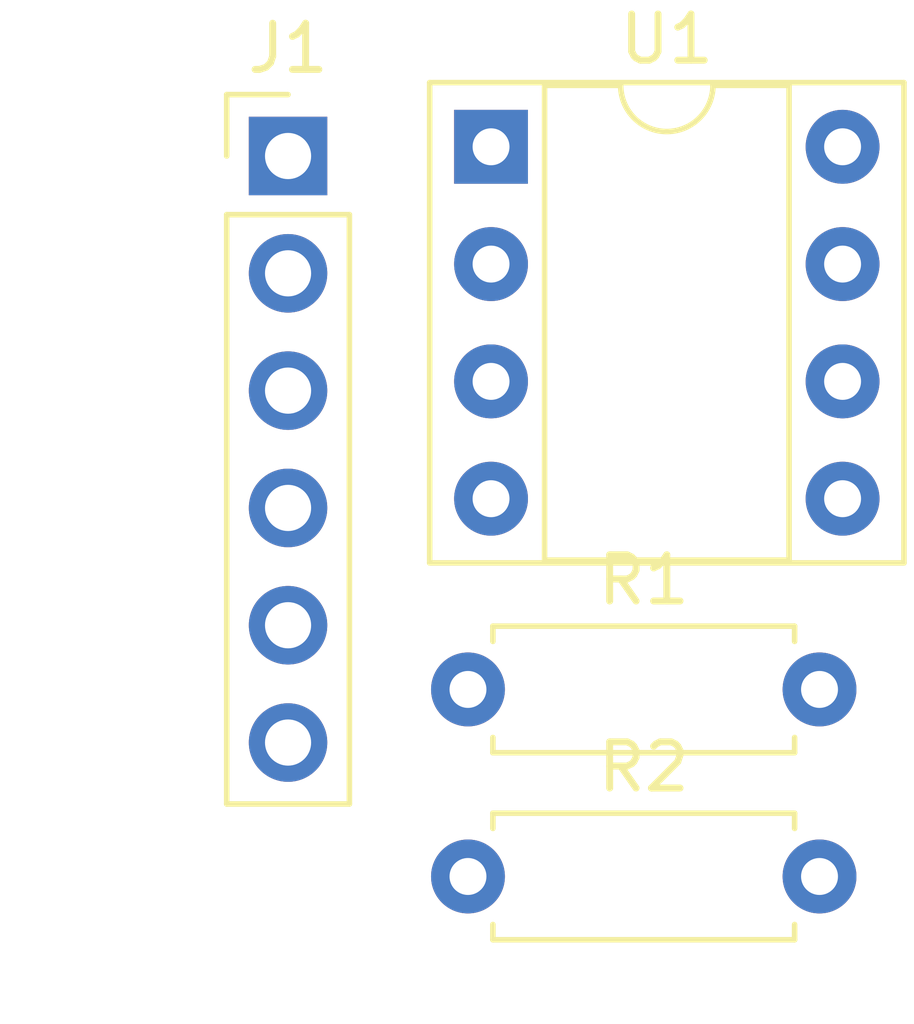
<source format=kicad_pcb>
(kicad_pcb (version 20221018) (generator pcbnew)
  (layers (0 "F.Cu" signal) (31 "B.Cu" signal) (34 "B.Paste" user) (35 "F.Paste" user) (36 "B.SilkS" user "B.Silkscreen") (37 "F.SilkS" user "F.Silkscreen") (38 "B.Mask" user) (39 "F.Mask" user) (44 "Edge.Cuts" user))
  (net 0 "")
  (net 1 "module +VCC")
  (net 2 "module -VCC")
  (net 3 "GND")
  (net 4 "module In 1")
  (net 5 "module Out")
  (net 6 "Net-(U1--)")
  (footprint "Package_DIP:DIP-8_W7.62mm_Socket" (layer "F.Cu") (at 121.24 103.94)
    (fp_text reference "U1" (at 3.81 -2.33) (layer "F.SilkS"))
    (fp_text value "TL071")
    (fp_line (start -1.33 -1.39) (end -1.33 9.01) (stroke (width 0.12)) (layer "F.SilkS"))
    (fp_line (start -1.33 9.01) (end 8.95 9.01) (stroke (width 0.12)) (layer "F.SilkS"))
    (fp_line (start 1.16 -1.33) (end 1.16 8.95) (stroke (width 0.12)) (layer "F.SilkS"))
    (fp_line (start 1.16 8.95) (end 6.46 8.95) (stroke (width 0.12)) (layer "F.SilkS"))
    (fp_line (start 2.81 -1.33) (end 1.16 -1.33) (stroke (width 0.12)) (layer "F.SilkS"))
    (fp_line (start 6.46 -1.33) (end 4.81 -1.33) (stroke (width 0.12)) (layer "F.SilkS"))
    (fp_line (start 6.46 8.95) (end 6.46 -1.33) (stroke (width 0.12)) (layer "F.SilkS"))
    (fp_line (start 8.95 -1.39) (end -1.33 -1.39) (stroke (width 0.12)) (layer "F.SilkS"))
    (fp_line (start 8.95 9.01) (end 8.95 -1.39) (stroke (width 0.12)) (layer "F.SilkS"))
    (fp_arc (start 4.81 -1.33) (mid 3.81 -0.33) (end 2.81 -1.33) (stroke (width 0.12)) (layer "F.SilkS"))
    (pad "1" thru_hole rect (at 0 0) (size 1.6 1.6) (drill 0.8) (layers "*.Cu" "*.Mask"))
    (pad "2" thru_hole oval (at 0 2.54) (size 1.6 1.6) (drill 0.8) (layers "*.Cu" "*.Mask") (net 6 "Net-(U1--)"))
    (pad "3" thru_hole oval (at 0 5.08) (size 1.6 1.6) (drill 0.8) (layers "*.Cu" "*.Mask") (net 3 "GND"))
    (pad "4" thru_hole oval (at 0 7.62) (size 1.6 1.6) (drill 0.8) (layers "*.Cu" "*.Mask") (net 2 "module -VCC"))
    (pad "5" thru_hole oval (at 7.62 7.62) (size 1.6 1.6) (drill 0.8) (layers "*.Cu" "*.Mask"))
    (pad "6" thru_hole oval (at 7.62 5.08) (size 1.6 1.6) (drill 0.8) (layers "*.Cu" "*.Mask") (net 5 "module Out"))
    (pad "7" thru_hole oval (at 7.62 2.54) (size 1.6 1.6) (drill 0.8) (layers "*.Cu" "*.Mask") (net 1 "module +VCC"))
    (pad "8" thru_hole oval (at 7.62 0) (size 1.6 1.6) (drill 0.8) (layers "*.Cu" "*.Mask"))
  )
  (footprint "Connector_PinHeader_2.54mm:PinHeader_1x06_P2.54mm_Vertical" (layer "F.Cu") (at 116.84 104.14)
    (fp_text reference "J1" (at 0 -2.33) (layer "F.SilkS"))
    (fp_text value "Conn_01x06_Pin")
    (fp_line (start -1.33 -1.33) (end 0 -1.33) (stroke (width 0.12)) (layer "F.SilkS"))
    (fp_line (start -1.33 0) (end -1.33 -1.33) (stroke (width 0.12)) (layer "F.SilkS"))
    (fp_line (start -1.33 1.27) (end -1.33 14.03) (stroke (width 0.12)) (layer "F.SilkS"))
    (fp_line (start -1.33 1.27) (end 1.33 1.27) (stroke (width 0.12)) (layer "F.SilkS"))
    (fp_line (start -1.33 14.03) (end 1.33 14.03) (stroke (width 0.12)) (layer "F.SilkS"))
    (fp_line (start 1.33 1.27) (end 1.33 14.03) (stroke (width 0.12)) (layer "F.SilkS"))
    (pad "1" thru_hole rect (at 0 0) (size 1.7 1.7) (drill 1) (layers "*.Cu" "*.Mask") (net 1 "module +VCC"))
    (pad "2" thru_hole oval (at 0 2.54) (size 1.7 1.7) (drill 1) (layers "*.Cu" "*.Mask") (net 2 "module -VCC"))
    (pad "3" thru_hole oval (at 0 5.08) (size 1.7 1.7) (drill 1) (layers "*.Cu" "*.Mask") (net 3 "GND"))
    (pad "4" thru_hole oval (at 0 7.62) (size 1.7 1.7) (drill 1) (layers "*.Cu" "*.Mask") (net 4 "module In 1"))
    (pad "5" thru_hole oval (at 0 10.16) (size 1.7 1.7) (drill 1) (layers "*.Cu" "*.Mask") (net 4 "module In 1"))
    (pad "6" thru_hole oval (at 0 12.7) (size 1.7 1.7) (drill 1) (layers "*.Cu" "*.Mask") (net 5 "module Out"))
  )
  (footprint "Resistor_THT:R_Axial_DIN0207_L6.3mm_D2.5mm_P7.62mm_Horizontal" (layer "F.Cu") (at 120.74 115.69)
    (fp_text reference "R1" (at 3.81 -2.37) (layer "F.SilkS"))
    (fp_text value "R")
    (fp_line (start 0.54 -1.37) (end 7.08 -1.37) (stroke (width 0.12)) (layer "F.SilkS"))
    (fp_line (start 0.54 -1.04) (end 0.54 -1.37) (stroke (width 0.12)) (layer "F.SilkS"))
    (fp_line (start 0.54 1.04) (end 0.54 1.37) (stroke (width 0.12)) (layer "F.SilkS"))
    (fp_line (start 0.54 1.37) (end 7.08 1.37) (stroke (width 0.12)) (layer "F.SilkS"))
    (fp_line (start 7.08 -1.37) (end 7.08 -1.04) (stroke (width 0.12)) (layer "F.SilkS"))
    (fp_line (start 7.08 1.37) (end 7.08 1.04) (stroke (width 0.12)) (layer "F.SilkS"))
    (pad "1" thru_hole circle (at 0 0) (size 1.6 1.6) (drill 0.8) (layers "*.Cu" "*.Mask") (net 6 "Net-(U1--)"))
    (pad "2" thru_hole oval (at 7.62 0) (size 1.6 1.6) (drill 0.8) (layers "*.Cu" "*.Mask") (net 4 "module In 1"))
  )
  (footprint "Resistor_THT:R_Axial_DIN0207_L6.3mm_D2.5mm_P7.62mm_Horizontal" (layer "F.Cu") (at 120.74 119.74)
    (fp_text reference "R2" (at 3.81 -2.37) (layer "F.SilkS"))
    (fp_text value "R")
    (fp_line (start 0.54 -1.37) (end 7.08 -1.37) (stroke (width 0.12)) (layer "F.SilkS"))
    (fp_line (start 0.54 -1.04) (end 0.54 -1.37) (stroke (width 0.12)) (layer "F.SilkS"))
    (fp_line (start 0.54 1.04) (end 0.54 1.37) (stroke (width 0.12)) (layer "F.SilkS"))
    (fp_line (start 0.54 1.37) (end 7.08 1.37) (stroke (width 0.12)) (layer "F.SilkS"))
    (fp_line (start 7.08 -1.37) (end 7.08 -1.04) (stroke (width 0.12)) (layer "F.SilkS"))
    (fp_line (start 7.08 1.37) (end 7.08 1.04) (stroke (width 0.12)) (layer "F.SilkS"))
    (pad "1" thru_hole circle (at 0 0) (size 1.6 1.6) (drill 0.8) (layers "*.Cu" "*.Mask") (net 5 "module Out"))
    (pad "2" thru_hole oval (at 7.62 0) (size 1.6 1.6) (drill 0.8) (layers "*.Cu" "*.Mask") (net 6 "Net-(U1--)"))
  )
)
</source>
